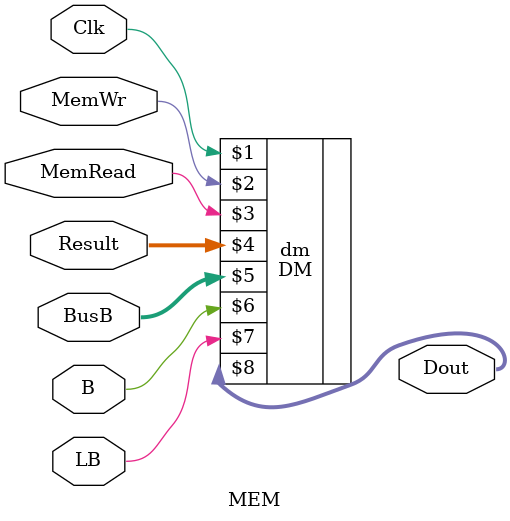
<source format=v>
module MEM(
	input Clk,
	input MemWr,
	input MemRead,
	input B,
	input LB,
	input [31:0] Result,
	input [31:0] BusB,
	
	output [31:0] Dout
);

//例化存储器
DM dm(Clk,MemWr,MemRead,Result,BusB,B,LB,Dout);

endmodule

	
	
	
</source>
